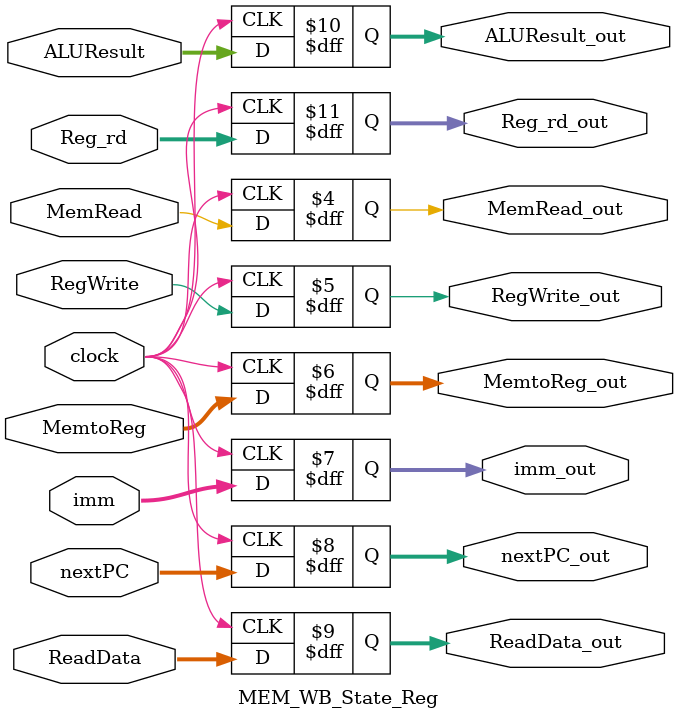
<source format=v>
`timescale 1ns / 1ps


module Pipeline_Plus(
    input                    clk
   
);

    wire        [31:0]          Instruct, Imm, Imm_shift, data_1, data_2, MUX_ALU, loadPC, W_data, Add_1, Add_2, Add_3;//ADD FOR PC
    wire        [31:0]          ALUResult, Read_Mem, JumpTo, ALUInput1, ALUInput2;
    wire        [31:0]          IF_ID_nextPC, IF_ID_currentPC, IF_ID_Instruct, Display_RF;
    wire        [31:0]          ID_EX_nextPC, ID_EX_currentPC, ID_EX_data_1, ID_EX_data_2, ID_EX_Imm, EX_MEM_Imm, MEM_WB_Imm;
    wire        [31:0]          EX_MEM_nextPC, EX_MEM_JumpTo, EX_MEM_ALUResult, EX_MEM_data_2, mem_write_content;
    wire        [31:0]          MEM_WB_nextPC, MEM_WB_Read_Mem, MEM_WB_ALUResult;
    wire        [31:0]          mux2_out, mux3_out; //FOR COM FORWARD
    wire        [4:0]           ID_EX_Reg_rd, ID_EX_Rs1_Addr, ID_EX_Rs2_Addr, EX_MEM_Rs2_Addr, EX_MEM_Reg_rd, MEM_WB_Reg_rd;
    wire        [3:0]           ALUControl, ID_EX_ALUInstruct;
    wire        [2:0]           EX_MEM_Funct3;
    wire        [1:0]           ALUOp, MemtoReg, ID_EX_ALUOp, ID_EX_MemtoReg, EX_MEM_MemtoReg, MEM_WB_MemtoReg;
    wire                        Branch, isBranch, MemRead, MemWrite, ALUSrc, isJump, RegWrite, isZero;
    wire                        IF_Flush, ID_EX_MemRead, ID_EX_MemWrite, ID_EX_ALUSrc, ID_EX_isJump, ID_EX_RegWrite;
    wire                        EX_MEM_Branch, EX_MEM_MemRead, EX_MEM_MemWrite, EX_MEM_RegWrite, MEM_WB_RegWrite, MEM_WB_MemRead;//MEM_WB_MEMREAD NOT NECESSARY
    wire                        PC_write, IF_ID_write, mux_con; //HAZARD
    wire        [1:0]           ForwardA, ForwardB; //ALU FORWARD
    wire                        Forward_Eq1, Forward_Eq2, Forward_MemSrc;//COM FORWARD AND MEM FORWARD
    wire        [9:0]           allControlIn, allControlOut;//CONTROL HAZARD
    reg         [31:0]          PC;
    
    initial PC = 0;   
      
    assign Imm_shift = {Imm[30:0],1'b0}; //NewBug_22
//  allControl = {ALUOp, MemtoReg, Branch, MemRead, MemWrite, ALUSrc, Jump, RegWrite}
    assign RegWrite = allControlOut[0];
    assign isJump   = allControlOut[1]; //Bug_11
    assign ALUSrc   = allControlOut[2];
    assign MemWrite = allControlOut[3];
    assign MemRead  = allControlOut[4];
    assign Branch   = allControlOut[5];
    assign MemtoReg = allControlOut[7:6];
    assign ALUOp    = allControlOut[9:8];
    
    always @ (posedge clk) 
        if (PC_write == 1'b1) PC <= loadPC;
        
    
    Hazard HD (
        .IF_ID_r1 (IF_ID_Instruct[19:15]),
        .IF_ID_r2 (IF_ID_Instruct[24:20]),
        .ID_EX_RegRd (ID_EX_Reg_rd),
        .EX_MEM_RegRd (EX_MEM_Reg_rd),
        .ID_EX_MemRead (ID_EX_MemRead),
        .EX_MEM_MemRead (EX_MEM_MemRead),
        .ID_branch (allControlIn[5]), 
        .ID_MemWrite (allControlIn[3]), 
        .ID_EX_RegWrite (ID_EX_RegWrite), 
        .PC_write (PC_write),
        .IF_ID_write (IF_ID_write),
        .mux_con (mux_con)
    );
    
    Forwarding FU (
        .ID_EX_r1 (ID_EX_Rs1_Addr),
        .ID_EX_r2 (ID_EX_Rs2_Addr),
        .IF_ID_r1 (IF_ID_Instruct[19:15]),
        .IF_ID_r2 (IF_ID_Instruct[24:20]),
        .EX_MEM_r2 (EX_MEM_Rs2_Addr),
        .MEM_WB_RegRd (MEM_WB_Reg_rd),
        .EX_MEM_RegRd (EX_MEM_Reg_rd),
        .ID_EX_RegRd (ID_EX_Reg_rd),
        .MEM_WB_RegWrite (MEM_WB_RegWrite),
        .EX_MEM_RegWrite (EX_MEM_RegWrite),
        .EX_MEM_MemWrite (EX_MEM_MemWrite),
        .MEM_WB_MemRead (MEM_WB_MemRead),
        .EX_MEM_MemRead (EX_MEM_MemRead),
        .ID_EX_MemRead (ID_EX_MemRead),
        .ID_EX_MemWrite (ID_EX_MemWrite),
        .ID_EX_RegWrite (ID_EX_RegWrite),
        .IF_ID_branch (Branch),
        .Forwarding_A (ForwardA),
        .Forwarding_B (ForwardB),
        .Forwarding_Eq1 (Forward_Eq1),
        .Forwarding_Eq2 (Forward_Eq2),
        .MemSrc (Forward_MemSrc)
    );
    
    Instruction_Memory IM (
        .instrct_out (Instruct),
        .addr (PC)
    );
    Central_Control_Unit CU (
        .opcode (IF_ID_Instruct[6:0]),
        .allControl (allControlIn)
    );
    Register_File RF (
        .clock (clk),
        .W_en (MEM_WB_RegWrite),
        .W_data (W_data),
        .R_addr_1 (IF_ID_Instruct[19:15]),
        .R_addr_2 (IF_ID_Instruct[24:20]),
        .W_addr (MEM_WB_Reg_rd),
        .R_data_1 (data_1),
        .R_data_2 (data_2)
    );
    Comparator cmp (
        .func ({IF_ID_Instruct[2], IF_ID_Instruct[14:12]}),
        .in1 (mux2_out),
        .in2 (mux3_out),
        .isZero (isZero)
    );
    Immediate_Generator ImmGen (
        .In (IF_ID_Instruct),
        .Out (Imm)
    );
    N_bit_ALU ALU (     
        .data1 (ALUInput1),
        .data2 (ALUInput2),
        .sel (ALUControl),
        .result (ALUResult)
    ); 
    ALU_Control ALU_Ctrl (
        .ALU_op (ID_EX_ALUOp),
        .instruct (ID_EX_ALUInstruct),
        .ALU_sel (ALUControl)
    );
    Data_Memory DM (
        
        .W_en (EX_MEM_MemWrite),
        .R_en (EX_MEM_MemRead),
        .Funct3 (EX_MEM_Funct3),
        .addr (EX_MEM_ALUResult),
        .W_data (mem_write_content), 
        .R_data_out (Read_Mem)        
    );
    
    IF_ID_State_Reg IF_ID (
        .clock (clk),
        .IF_Flush (IF_Flush),
        .IF_ID_Write (IF_ID_write),
        .currentPC (PC),
        .nextPC (Add_1),
        .Instruct (Instruct),
        .currentPC_out (IF_ID_currentPC),
        .nextPC_out (IF_ID_nextPC),
        .Instruct_out (IF_ID_Instruct)
    );
    ID_EX_State_Reg ID_EX (
        .clock (clk),
        .RegWrite (RegWrite),
        .MemtoReg (MemtoReg),
        .MemRead (MemRead),
        .MemWrite (MemWrite),
        .Jump (isJump),
        .ALUSrc (ALUSrc),
        .ALUOp (ALUOp),
        .currentPC (IF_ID_currentPC),
        .nextPC (IF_ID_nextPC),
        .Reg_rs1 (data_1),
        .Reg_rs2 (data_2),
        .Reg_rs1_addr (IF_ID_Instruct[19:15]),
        .Reg_rs2_addr (IF_ID_Instruct[24:20]),
        .Imm_Gen (Imm),
        .Reg_rd (IF_ID_Instruct[11:7]),
        .ALU_Instruct ({IF_ID_Instruct[30],IF_ID_Instruct[14:12]}),
        .RegWrite_out (ID_EX_RegWrite),
        .MemtoReg_out (ID_EX_MemtoReg),
        .MemRead_out (ID_EX_MemRead),
        .MemWrite_out (ID_EX_MemWrite),
        .Jump_out (ID_EX_isJump),
        .ALUSrc_out (ID_EX_ALUSrc),
        .ALUOp_out (ID_EX_ALUOp),
        .currentPC_out (ID_EX_currentPC),
        .nextPC_out (ID_EX_nextPC),
        .Reg_rs1_out (ID_EX_data_1),
        .Reg_rs2_out (ID_EX_data_2),
        .Reg_rs1_addr_out (ID_EX_Rs1_Addr),
        .Reg_rs2_addr_out (ID_EX_Rs2_Addr),
        .Imm_Gen_out (ID_EX_Imm),
        .Reg_rd_out (ID_EX_Reg_rd),
        .ALU_Instruct_out (ID_EX_ALUInstruct)
    );
    EX_MEM_State_Reg EX_MEM (
        .clock (clk),
        .RegWrite (ID_EX_RegWrite),
        .MemtoReg (ID_EX_MemtoReg),
        .MemRead (ID_EX_MemRead),
        .MemWrite (ID_EX_MemWrite),
        .imm (ID_EX_Imm),
        .nextPC (ID_EX_nextPC),
        .ALUResult (ALUResult),
        .Reg_rs2 (ID_EX_data_2),
        .Funct3 (ID_EX_ALUInstruct[2:0]),
        .Reg_rd (ID_EX_Reg_rd),
        .Reg_rs2_addr (ID_EX_Rs2_Addr),
        .RegWrite_out (EX_MEM_RegWrite),
        .MemtoReg_out (EX_MEM_MemtoReg),
        .MemRead_out (EX_MEM_MemRead),
        .MemWrite_out (EX_MEM_MemWrite),
        .imm_out (EX_MEM_Imm),
        .nextPC_out (EX_MEM_nextPC),
        .ALUResult_out (EX_MEM_ALUResult),
        .Reg_rs2_out (EX_MEM_data_2),
        .Funct3_out (EX_MEM_Funct3),
        .Reg_rd_out (EX_MEM_Reg_rd),
        .Reg_rs2_addr_out (EX_MEM_Rs2_Addr)
    );
    MEM_WB_State_Reg MEM_WB (
        .clock (clk),
        .MemRead (EX_MEM_MemRead),
        .RegWrite (EX_MEM_RegWrite),
        .MemtoReg (EX_MEM_MemtoReg),
        .imm (EX_MEM_Imm),
        .nextPC (EX_MEM_nextPC),
        .ReadData (Read_Mem),
        .ALUResult (EX_MEM_ALUResult),
        .Reg_rd (EX_MEM_Reg_rd),
        .MemRead_out (MEM_WB_MemRead),
        .RegWrite_out (MEM_WB_RegWrite),
        .MemtoReg_out (MEM_WB_MemtoReg),
        .imm_out (MEM_WB_Imm),
        .nextPC_out (MEM_WB_nextPC),
        .ReadData_out (MEM_WB_Read_Mem),
        .ALUResult_out (MEM_WB_ALUResult),
        .Reg_rd_out (MEM_WB_Reg_rd)
    );
    
    and (isBranch, Branch, isZero); 
    or  (IF_Flush, isBranch, isJump); 
    
    Adder Adder_1(.data1(PC), .data2(32'h00000004), .result(Add_1)); //PC+4
    Adder Adder_2(.data1(IF_ID_currentPC), .data2(Imm_shift), .result(Add_2)); //PC+Imm //NewBug_21
    Adder Adder_3(.data1(data_1), .data2(Imm), .result(Add_3)); //Addr+Imm //To_Be_Modified
    
    MUX_4to1  Mux_1(.data1(Add_1), .data2(Add_2), .data3(Add_3), .data4(Add_2),.sel({isJump,isBranch}), .result(loadPC)); //judge pc
    MUX_2to1  Mux_2(.data1(data_1), .data2(EX_MEM_ALUResult), .sel(Forward_Eq1), .result(mux2_out)); //comparator
    MUX_2to1  Mux_3(.data1(data_2), .data2(EX_MEM_ALUResult), .sel(Forward_Eq2), .result(mux3_out)); //comparator
    MUX_4to1  Mux_4(.data1(MEM_WB_Read_Mem), .data2(MEM_WB_nextPC), .data3(MEM_WB_Imm), .data4(MEM_WB_ALUResult), .sel(MEM_WB_MemtoReg), .result(W_data)); //judge write data
    MUX_2to1  Mux_5(.data1(10'b0000000000), .data2(allControlIn), .sel(mux_con), .result(allControlOut)); //control hazard
    MUX_4to1  Mux_6(.data1(ID_EX_data_1), .data2(W_data), .data3(EX_MEM_ALUResult), .data4(EX_MEM_ALUResult), .sel(ForwardA), .result(ALUInput1)); //ALU for
    MUX_4to1  Mux_7(.data1(MUX_ALU), .data2(W_data), .data3(EX_MEM_ALUResult), .data4(EX_MEM_ALUResult), .sel(ForwardB), .result(ALUInput2)); //ALU for
    MUX_2to1  Mux_8(.data1(EX_MEM_data_2), .data2(W_data), .sel(Forward_MemSrc), .result(mem_write_content)); // MEM for
    MUX_2to1  Mux_9(.data1(ID_EX_data_2), .data2(ID_EX_Imm), .sel(ID_EX_ALUSrc), .result(MUX_ALU)); //ALU source2

 
    
endmodule





module Register_File 
(
    input                           clock, W_en,
    input       [31:0]              W_data,
    input       [4:0]               R_addr_1, R_addr_2, W_addr,
    output      [31:0]              R_data_1, R_data_2
);
    reg         [31:0]         data  [31:0];
    
    integer i;
    initial begin  
        for(i=0; i<32; i=i+1)  
            data[i] <= 0;
    end 
    
    always @ (negedge clock) begin
        if (W_en && W_addr!= 0) begin
            data[W_addr] = W_data;
        end  
    end
     
    assign R_data_1 = data[R_addr_1];
    assign R_data_2 = data[R_addr_2];  
    
endmodule

module Comparator #
(
    parameter BEQ = 4'b0000, parameter BNE = 4'b0001,
    parameter BLT = 4'b0100, parameter BGE = 4'b0101
)
(
    input       [3:0]           func,
    input       [31:0]          in1, in2,
    output reg                  isZero
);
    initial isZero = 1'b1;
    always @ (*) begin
        case (func)
                BEQ: isZero = (in1==in2)?1'b1:1'b0;
                BNE: isZero = (in1==in2)?1'b0:1'b1;
                BLT: isZero = ($signed(in1) < $signed(in2))?1'b1:1'b0; 
                BGE: isZero = ($signed(in1) < $signed(in2))?1'b0:1'b1; 
                default: isZero = 1'b1;
        endcase
    end
endmodule

module N_bit_ALU #
(
    parameter ADD = 4'b0010, parameter SUB = 4'b1000, parameter BNE = 4'b1001,
    parameter XOR = 4'b0100, parameter  OR = 4'b0110, parameter AND = 4'b0111, parameter BLT = 4'b1100,
    parameter SLL = 4'b0001, parameter SRL = 4'b0101, parameter SRA = 4'b1101, parameter BGE = 4'b1110
)(
    input       [3:0]          sel,
    input       [31:0]         data1, data2,
    output reg                 Zero,
    output reg  [31:0]         result
);
    
    always @ (*) begin
        case (sel)
            ADD:
                    begin
                        result =  data1 + data2; //add
                        Zero = 1'b1; //jal & jalr
                    end
            SUB:     
                    begin
                         if (data1 == data2) begin
                             Zero = 1; result =  0;
                         end 
                         else begin
                             Zero = 0; result =  data1 - data2; //sub
                         end
                     end
            BNE:     
                         begin
                              if (data1 == data2) begin
                                  Zero = 0; result =  0;
                              end 
                              else begin
                                  Zero =  1; result =  data1 - data2; //sub
                              end
                          end                 
            BLT:    
                    begin
                        if ($signed(data1) < $signed(data2)) begin
                            Zero = 1; result =  data1 - data2;
                        end 
                        else begin
                            Zero = 0; result =  data1 - data2;
                        end
                    end
            BGE:
                    begin
                        if ($signed(data1) < $signed(data2)) begin
                            Zero = 0; result =  data1 - data2;
                        end 
                        else begin
                            Zero =  1; result =  data1 - data2;
                        end
                    end                
            XOR:     result =  data1 ^ data2; //xor
             OR:     result =  data1 | data2; //or
            AND:     result =  data1 & data2; //and
            SLL:     result =  data1 <<data2; //sll
            SRL:     result =  data1 >>data2; //srl
            SRA:     result =  $signed(($signed(data1))>>>data2); //sra
            default: begin result = 0; Zero = 0; end
        endcase
    end

endmodule

module ALU_Control 
(
    input       [1:0]         ALU_op,
    input       [3:0]         instruct,
    output reg  [3:0]         ALU_sel 
);
    
    always @ (*) begin
        case (ALU_op)
            2'b00:  
                    begin
                        ALU_sel = 4'b0010; //Addition
                    end
            2'b01:  
                    begin
                        if (instruct[2:0] == 3'b101) 
                        begin 
                            ALU_sel = 4'b1110; 
                        end //bge
                        else 
                        begin 
                            ALU_sel = {1'b1, instruct[2:0]}; 
                        end //beq,bne,blt
                    end
            2'b10:  
                    begin
                        if (instruct == 0) 
                        begin 
                            ALU_sel = 4'b0010; 
                        end //add
                        else 
                        begin 
                            ALU_sel = instruct; 
                        end //aub,and,or,xor,sll,srl,sra
                    end
            2'b11:  
                    begin
                        if (instruct[2:0] == 0) 
                        begin 
                            ALU_sel = 4'b0010; 
                        end //addi
                        else 
                        begin 
                            ALU_sel = {1'b0, instruct[2:0]}; 
                        end //andi,slli,srli
                    end
            default:ALU_sel = 4'b0000;
        endcase
    end

endmodule

module Adder
(
    input       [31:0]          data1, data2,
    output reg  [31:0]          result
);
    
    always @ (*) begin
        result = data1 + data2;
    end
endmodule

module Immediate_Generator 
(
    input       [31:0]          In,
    output reg  [31:0]          Out
);
    
    always @ (*) begin
        case (In[6:0])
            //I-type: lw
            7'b0000011: 
                        begin 
                            Out = {{20{In[31]}}, In[31:20]}; 
                        end 
            //I-type: fence
            7'b0001111: 
                        begin 
                            Out = {{20{In[31]}}, In[31:20]}; 
                        end 
            //I-type: addi
            7'b0010011: 
                        begin 
                            Out = {{20{In[31]}}, In[31:20]}; 
                        end  
            //S-type: sw
            7'b0100011: 
                        begin 
                            Out = {{20{In[31]}}, In[31:25], In[11:7]}; 
                        end 
            //B-type: beq, bne
            7'b1100011: 
                        begin 
                            Out = {{21{In[31]}}, In[7], In[30:25], In[11:8]}; 
                        end 
            //I-type: jalr
            7'b1100111: 
                        begin 
                            Out = {{20{In[31]}}, In[31:20]}; 
                        end 
            //J-type: jal
            7'b1101111: 
                        begin 
                            Out = {{21{In[31]}}, In[19:12], In[20], In[30:21]};
                        end 

            default:    
                        begin 
                            Out[31:0]  = 0; 
                        end
        endcase
    end 
endmodule

module Central_Control_Unit //rewrite for convenience
(
    input       [6:0]           opcode,
    
    output reg  [9:0]           allControl

);

    initial begin 
        allControl <= 0;
    end

//  allControl = {ALUOp, MemtoReg, Branch, MemRead, MemWrite, ALUSrc, Jump, RegWrite}
    always @ (opcode) begin 
        case (opcode)
        //I-type,load
            7'b0000011: begin allControl[5] <= 0; allControl[2] <= 1; allControl[9:8] <= 2'b00; allControl[3] <= 0; allControl[4] <= 1; allControl[7:6] <= 2'b00; allControl[1] <= 0; allControl[0] <= 1; end 
 
        //I-type,Imm
            7'b0010011: begin allControl[5] <= 0; allControl[2] <= 1; allControl[9:8] <= 2'b11; allControl[3] <= 0; allControl[4] <= 0; allControl[7:6] <= 2'b11; allControl[1] <= 0; allControl[0] <= 1; end 
 
        //S-type,save
            7'b0100011: begin allControl[5] <= 0; allControl[2] <= 1; allControl[9:8] <= 2'b00; allControl[3] <= 1; allControl[4] <= 0; allControl[7:6] <= 2'b11; allControl[1] <= 0; allControl[0] <= 0; end 
 
        //B-type,brnch
            7'b1100011: begin allControl[5] <= 1; allControl[2] <= 0; allControl[9:8] <= 2'b01; allControl[3] <= 0; allControl[4] <= 0; allControl[7:6] <= 2'b11; allControl[1] <= 0; allControl[0] <= 0; end 
        //I-type,jalr
            7'b1100111: begin allControl[5] <= 0; allControl[2] <= 1; allControl[9:8] <= 2'b00; allControl[3] <= 0; allControl[4] <= 0; allControl[7:6] <= 2'b01; allControl[1] <= 1; allControl[0] <= 1; end 
        //J-type,jal
            7'b1101111: begin allControl[5] <= 1; allControl[2] <= 1; allControl[9:8] <= 2'b00; allControl[3] <= 0; allControl[4] <= 0; allControl[7:6] <= 2'b01; allControl[1] <= 1; allControl[0] <= 1; end 
 
        //R-type,calc
            7'b0110011: begin allControl[5] <= 0; allControl[2] <= 0; allControl[9:8] <= 2'b10; allControl[3] <= 0; allControl[4] <= 0; allControl[7:6] <= 2'b11; allControl[1] <= 0; allControl[0] <= 1; end 
            default:    begin allControl    <= 0; end
        endcase
    end
endmodule

module MUX_2to1 
(
    input                       sel,
    input       [31:0]          data1, data2,
    output reg  [31:0]          result
);

    always @ (*) begin
        case (sel)
            1'b0:   result = data1;
            1'b1:   result = data2;
            default:    result = 0;
        endcase
    end
endmodule

module MUX_4to1 
(
    input       [1:0]           sel,
    input       [31:0]         data1, data2, data3, data4,
    output reg  [31:0]         result
);

    always @ (*) begin
        case (sel)
            2'b00:   result = data1;
            2'b01:   result = data2;
            2'b10:   result = data3;
            2'b11:   result = data4;
            default:    result = 0;
        endcase
    end
endmodule

module Instruction_Memory #
(
    parameter N = 32,
    parameter reg_rows = 32
)(
    input       [31:0]         addr,
    output reg  [31:0]         instrct_out
);
    reg         [31:0]         Instruction [127:0];
   
    initial begin
        Instruction[0]  <= 32'b00111001100100000000001100010011;
        Instruction[1]  <= 32'b00000000011000000010001000100011;
        Instruction[2]  <= 32'b00000000010000000000001010000011;
        Instruction[3]  <= 32'b00000000010100000010000000100011;
        Instruction[4]  <= 32'b00000010000000110000000001100011;
        Instruction[5]  <= 32'b00000000000000000010111000000011;
        Instruction[6]  <= 32'b00000001110000101001110001100011;
        Instruction[7]  <= 32'b00000001110000101000001110110011;
        Instruction[8]  <= 32'b00000001110000111111001100110011;
        Instruction[9]  <= 32'b00000000000000111111001100010011;
        Instruction[10] <= 32'b01000000000000110000001010110011;
        Instruction[11] <= 32'b00000000011000101101010001100011;
        Instruction[12] <= 32'b00000000000000000000001110110011;
        Instruction[13] <= 32'b00000000110000000000000011101111;
        Instruction[14] <= 32'b00000001010000000000000011101111;
        Instruction[15] <= 32'b00000000000000000000111000110011;
        Instruction[16] <= 32'b00000000011111100110111000110011;
        Instruction[17] <= 32'b00000000000000001000000001100111;
        Instruction[18] <= 32'b00000100100000000000001100010011;
        Instruction[19] <= 32'b00001010110000000000001010010011;
        
    end   
    always @ (*) begin
        instrct_out = Instruction[(addr>>2)];
    end
endmodule

module Data_Memory #
(
    parameter SW = 3'b010,parameter SB = 3'b000, parameter LBU = 3'b100,parameter LW = 3'b010,parameter LB = 3'b000
)(
    input                       W_en, R_en,
    input       [2:0]           Funct3,
    input       [31:0]         addr, W_data,
    output reg  [31:0]         R_data_out
);
    reg         [7:0]           data[127:0];
    
    //Write to Data Memory
    always @ (*) begin
        if (W_en) begin
            case (Funct3)
                SW: 
                    begin //save word
                        data[addr] <= W_data[7:0]; 
                        data[addr+1] <= W_data[15:8]; 
                        data[addr+2] <= W_data[23:16]; 
                        data[addr+3] <= W_data[31:24]; 
                    end
                 
                SB: 
                    begin //save byte
                        data[addr] <= W_data[7:0];
                    end
                default: data[addr] <= data[addr];
            endcase
        end
    end
    //Read from Data Memory
    always @ (*) begin    
        if (R_en) begin
            case (Funct3)
                LW: 
                    begin //load word
                        R_data_out <= {data[addr+3], data[addr+2], data[addr+1], data[addr]};
                    end
                
                LB: 
                    begin //load byte
                         R_data_out <= {{24{data[addr][7]}}, data[addr]};
                    end
                LBU:
                    begin //load byte unsigned
                        R_data_out <= {{24{1'b0}}, data[addr]};
                    end
                default: R_data_out <= R_data_out;
            endcase
        end
    end
endmodule

module IF_ID_State_Reg
(
    input                   clock, 
    input                   IF_Flush,       // new control
    input                   IF_ID_Write,    // new control
    input       [31:0]      currentPC,
    input       [31:0]      nextPC,
    input       [31:0]      Instruct,
    output reg  [31:0]      currentPC_out,
    output reg  [31:0]      nextPC_out,
    output reg  [31:0]      Instruct_out
);

    initial begin 
        currentPC_out = 0; 
        nextPC_out = 0; 
        Instruct_out = 0;
    end

    always @ (posedge clock) begin
        if (IF_Flush == 1'b1) begin 
            Instruct_out      = 0;
        end
        else if (IF_ID_Write == 1'b1) begin
            currentPC_out     = currentPC;
            nextPC_out        = nextPC;
            Instruct_out      = Instruct;
        end
    end
    
endmodule

module ID_EX_State_Reg
(
    input                   clock,
    input                   RegWrite,   
    input       [1:0]       MemtoReg,   
    input                   MemRead,    
    input                   MemWrite,   
    input                   Jump,       
    input                   ALUSrc,     
    input       [1:0]       ALUOp,      
    input       [31:0]      currentPC,
    input       [31:0]      nextPC,
    input       [31:0]      Reg_rs1,
    input       [31:0]      Reg_rs2,
    input       [4:0]       Reg_rs1_addr,
    input       [4:0]       Reg_rs2_addr,
    input       [31:0]      Imm_Gen,
    input       [4:0]       Reg_rd,
    input       [3:0]       ALU_Instruct,
    output reg              RegWrite_out,   
    output reg  [1:0]       MemtoReg_out,   
    output reg              MemRead_out,    
    output reg              MemWrite_out,   
    output reg              Jump_out,       
    output reg              ALUSrc_out,     
    output reg  [1:0]       ALUOp_out,      
    output reg  [31:0]      currentPC_out,
    output reg  [31:0]      nextPC_out,
    output reg  [31:0]      Reg_rs1_out,
    output reg  [31:0]      Reg_rs2_out,
    output reg  [4:0]       Reg_rs1_addr_out, //new for forward
    output reg  [4:0]       Reg_rs2_addr_out, //new for forward
    output reg  [31:0]      Imm_Gen_out,
    output reg  [4:0]       Reg_rd_out,
    output reg  [3:0]       ALU_Instruct_out
);

    initial begin //Bug_06
        RegWrite_out = 0; MemtoReg_out = 0; MemRead_out = 0; MemWrite_out = 0; Jump_out = 0; ALUSrc_out = 0; 
        ALUOp_out = 0; currentPC_out = 0; nextPC_out = 0; Reg_rs1_out = 0; Reg_rs2_out = 0; Imm_Gen_out = 0; Reg_rd_out = 0; ALU_Instruct_out = 0;
        Reg_rs1_addr_out = 0; Reg_rs2_addr_out = 0;
    end

    always @ (posedge clock) begin
        RegWrite_out     = RegWrite;
        MemtoReg_out     = MemtoReg;
        MemRead_out      = MemRead;
        MemWrite_out     = MemWrite;
        Jump_out         = Jump;
        ALUSrc_out       = ALUSrc;
        ALUOp_out        = ALUOp;
        currentPC_out    = currentPC;
        nextPC_out       = nextPC;
        Reg_rs1_out      = Reg_rs1;
        Reg_rs2_out      = Reg_rs2;
        Reg_rs1_addr_out = Reg_rs1_addr;    //new for forward
        Reg_rs2_addr_out = Reg_rs2_addr;    //new for forward
        Reg_rd_out       = Reg_rd;
        Imm_Gen_out      = Imm_Gen;
        ALU_Instruct_out  = ALU_Instruct;
    end

endmodule

module EX_MEM_State_Reg
(
    input                   clock,
    input                   RegWrite,   
    input       [1:0]       MemtoReg,   
    input                   MemRead,    
    input                   MemWrite,   
    input       [31:0]      imm,
    input       [31:0]      nextPC,
    input       [31:0]      ALUResult,
    input       [31:0]      Reg_rs2,
    input       [2:0]       Funct3,
    input       [4:0]       Reg_rd,
    input       [4:0]       Reg_rs2_addr, //new for forward
    output reg              RegWrite_out,  
    output reg  [1:0]       MemtoReg_out,  
    output reg              MemRead_out,   
    output reg              MemWrite_out,  
    output reg  [31:0]      imm_out,
    output reg  [31:0]      nextPC_out,
    output reg  [31:0]      ALUResult_out,
    output reg  [31:0]      Reg_rs2_out,
    output reg  [2:0]       Funct3_out,
    output reg  [4:0]       Reg_rd_out,
    output reg  [4:0]       Reg_rs2_addr_out 
);

    initial begin //Bug_07
        RegWrite_out = 0; MemtoReg_out = 0; MemRead_out = 0; MemWrite_out = 0; nextPC_out = 0; 
        ALUResult_out = 0; Reg_rs2_out = 0; Funct3_out = 0; Reg_rd_out = 0; imm_out = 0;
    end

    always @ (posedge clock) begin
        RegWrite_out     = RegWrite;
        MemtoReg_out     = MemtoReg;
        MemRead_out      = MemRead;
        MemWrite_out     = MemWrite;
        imm_out          = imm;
        nextPC_out       = nextPC;
        ALUResult_out    = ALUResult;
        Reg_rs2_out      = Reg_rs2;
        Funct3_out       = Funct3;
        Reg_rd_out       = Reg_rd;
        Reg_rs2_addr_out = Reg_rs2_addr;
    end

endmodule

module MEM_WB_State_Reg
(
    input                   clock,
    input                   MemRead,    //new for forward
    input                   RegWrite,   
    input       [1:0]       MemtoReg,   
    input       [31:0]      imm,
    input       [31:0]      nextPC,
    input       [31:0]      ReadData,
    input       [31:0]      ALUResult,
    input       [4:0]       Reg_rd,
    output reg              MemRead_out,
    output reg              RegWrite_out,   
    output reg  [1:0]       MemtoReg_out,   
    output reg  [31:0]      imm_out,
    output reg  [31:0]      nextPC_out,
    output reg  [31:0]      ReadData_out,
    output reg  [31:0]      ALUResult_out,
    output reg  [4:0]       Reg_rd_out
);

    initial begin 
        MemRead_out = 0; RegWrite_out = 0; MemtoReg_out = 0; nextPC_out = 0; ReadData_out = 0; ALUResult_out = 0; Reg_rd_out = 0; imm_out = 0;
    end

    always @ (posedge clock) begin
        MemRead_out      = MemRead;
        RegWrite_out     = RegWrite;
        MemtoReg_out     = MemtoReg;
        imm_out          = imm;
        nextPC_out       = nextPC;
        ReadData_out     = ReadData;
        ALUResult_out    = ALUResult;
        Reg_rd_out       = Reg_rd;
    end

endmodule
</source>
